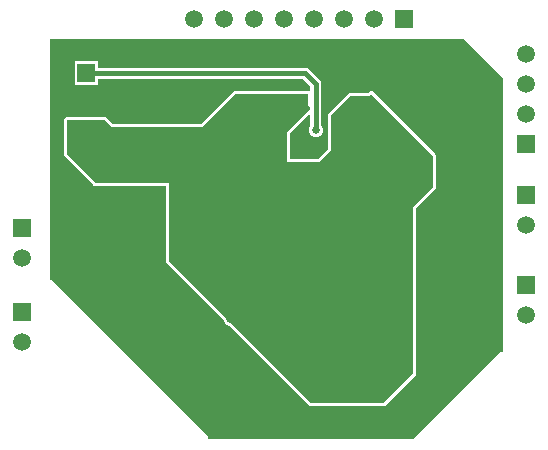
<source format=gbr>
%TF.GenerationSoftware,Altium Limited,Altium Designer,22.9.1 (49)*%
G04 Layer_Physical_Order=2*
G04 Layer_Color=8242323*
%FSLAX45Y45*%
%MOMM*%
%TF.SameCoordinates,B14F6F0A-716E-4177-8A15-EB0EAC97BD69*%
%TF.FilePolarity,Positive*%
%TF.FileFunction,Copper,L2,Bot,Signal*%
%TF.Part,Single*%
G01*
G75*
%TA.AperFunction,ComponentPad*%
%ADD17R,1.50000X1.50000*%
%ADD18C,1.50000*%
%ADD19R,1.50000X1.50000*%
%TA.AperFunction,ViaPad*%
%ADD20C,0.63500*%
%ADD21C,0.50000*%
%TA.AperFunction,Conductor*%
%ADD22C,0.38100*%
G36*
X4356100Y3276600D02*
Y952500D01*
X4330700D01*
X3594100Y215900D01*
X1854200D01*
Y241300D01*
X520700Y1574800D01*
Y3606800D01*
X4025900D01*
X4356100Y3276600D01*
D02*
G37*
%LPC*%
G36*
X925900Y3415100D02*
X725100D01*
Y3214300D01*
X925900D01*
Y3269379D01*
X2660927D01*
X2722479Y3207827D01*
Y3169947D01*
X2709779Y3161867D01*
X2705100Y3162798D01*
X2082800D01*
X2072889Y3160826D01*
X2064488Y3155212D01*
X1792673Y2883397D01*
X1052127Y2883398D01*
X996212Y2939312D01*
X987811Y2944926D01*
X977900Y2946898D01*
X660400D01*
X650489Y2944926D01*
X642088Y2939312D01*
X636474Y2930911D01*
X634502Y2921000D01*
Y2628900D01*
X636474Y2618989D01*
X642088Y2610588D01*
X883388Y2369288D01*
X891789Y2363674D01*
X901700Y2361702D01*
X1498102D01*
Y1727200D01*
X1500074Y1717289D01*
X1505688Y1708888D01*
X1987550Y1227025D01*
Y1220532D01*
X1996251Y1199527D01*
X2012327Y1183451D01*
X2033332Y1174750D01*
X2039825D01*
X2712188Y502388D01*
X2720589Y496774D01*
X2730500Y494802D01*
X3340100D01*
X3350011Y496774D01*
X3358412Y502388D01*
X3612412Y756388D01*
X3618026Y764789D01*
X3619998Y774700D01*
Y2173673D01*
X3777512Y2331188D01*
X3783126Y2339589D01*
X3785098Y2349500D01*
Y2616200D01*
X3783126Y2626111D01*
X3777512Y2634512D01*
X3256812Y3155212D01*
X3248411Y3160826D01*
X3238500Y3162798D01*
X3228589Y3160826D01*
X3220188Y3155212D01*
X3215073Y3150098D01*
X3060700D01*
X3050789Y3148126D01*
X3042388Y3142512D01*
X2877288Y2977412D01*
X2871674Y2969011D01*
X2869702Y2959100D01*
Y2677727D01*
X2783273Y2591298D01*
X2553198D01*
Y2808673D01*
X2710746Y2966221D01*
X2722479Y2961361D01*
Y2868401D01*
X2719351Y2865273D01*
X2710650Y2844268D01*
Y2821532D01*
X2719351Y2800527D01*
X2735427Y2784450D01*
X2756432Y2775750D01*
X2779168D01*
X2800173Y2784450D01*
X2816250Y2800527D01*
X2824950Y2821532D01*
Y2844268D01*
X2816250Y2865273D01*
X2813121Y2868401D01*
Y3226600D01*
X2809671Y3243943D01*
X2799847Y3258647D01*
X2799846Y3258647D01*
X2711747Y3346747D01*
X2697044Y3356571D01*
X2679700Y3360021D01*
X925900D01*
Y3415100D01*
D02*
G37*
%LPD*%
G36*
X3759200Y2616200D02*
Y2349500D01*
X3594100Y2184400D01*
Y774700D01*
X3340100Y520700D01*
X2730500D01*
X1524000Y1727200D01*
Y2387600D01*
X901700D01*
X660400Y2628900D01*
Y2921000D01*
X977900D01*
X1041400Y2857500D01*
X1803400Y2857500D01*
X2082800Y3136900D01*
X2705100D01*
Y3048000D01*
X2722479Y3030621D01*
Y3014579D01*
X2527300Y2819400D01*
Y2565400D01*
X2794000D01*
X2895600Y2667000D01*
Y2959100D01*
X3060700Y3124200D01*
X3225800D01*
X3238500Y3136900D01*
X3759200Y2616200D01*
D02*
G37*
D17*
X825500Y3314700D02*
D03*
X4546600Y1524000D02*
D03*
Y2286000D02*
D03*
X279400Y2006600D02*
D03*
Y1295400D02*
D03*
X4546600Y2717800D02*
D03*
D18*
X825500Y3060700D02*
D03*
Y2806700D02*
D03*
X4546600Y1270000D02*
D03*
Y2032000D02*
D03*
X279400Y1752600D02*
D03*
Y1041400D02*
D03*
X3263900Y3771900D02*
D03*
X3009900D02*
D03*
X2755900D02*
D03*
X2501900D02*
D03*
X2247900D02*
D03*
X1993900D02*
D03*
X1739900D02*
D03*
X4546600Y3479800D02*
D03*
Y3225800D02*
D03*
Y2971800D02*
D03*
D19*
X3517900Y3771900D02*
D03*
D20*
X1752600Y2959100D02*
D03*
X3136900Y3213100D02*
D03*
X3835400Y2679700D02*
D03*
Y2336800D02*
D03*
X3682200Y1969300D02*
D03*
X3683000Y1714500D02*
D03*
Y1473200D02*
D03*
X3682200Y1345400D02*
D03*
X3721100Y1092200D02*
D03*
X2336800Y749300D02*
D03*
X2184400Y901700D02*
D03*
X1651000Y1358900D02*
D03*
X1422400Y1816100D02*
D03*
X1358900Y2082800D02*
D03*
X1347000Y2223300D02*
D03*
X2641600Y3048000D02*
D03*
X2767800Y2832900D02*
D03*
X1816100Y2705100D02*
D03*
X2044700Y2578100D02*
D03*
X3161500Y3009100D02*
D03*
X3073400Y2730500D02*
D03*
X1981200Y1866900D02*
D03*
X2021700Y2157920D02*
D03*
X1738300Y2046300D02*
D03*
X3517100Y2069300D02*
D03*
X1981200Y1689100D02*
D03*
X2044700Y1231900D02*
D03*
X3670300Y2590800D02*
D03*
X3251200Y2019300D02*
D03*
X3390900Y2400300D02*
D03*
X3504400Y2628100D02*
D03*
X3251200Y1841500D02*
D03*
X3504400Y1853400D02*
D03*
X2870200Y1473200D02*
D03*
X2413000Y1460500D02*
D03*
X2556140Y1490003D02*
D03*
X2439200Y1207300D02*
D03*
X2185200Y1321600D02*
D03*
X2171700Y1511300D02*
D03*
X2687300Y807700D02*
D03*
X3200400Y647700D02*
D03*
X2780500Y1093000D02*
D03*
X3288500Y1245400D02*
D03*
X3048000Y1587500D02*
D03*
X1715300Y1689900D02*
D03*
X1601000Y2323300D02*
D03*
X1701800Y2476500D02*
D03*
X1918500Y2590000D02*
D03*
D21*
X2399900Y2293700D02*
D03*
X2509900D02*
D03*
X2619900D02*
D03*
X2729900D02*
D03*
X2839900D02*
D03*
X2399900Y2183700D02*
D03*
X2509900D02*
D03*
X2619900D02*
D03*
X2729900D02*
D03*
X2839900D02*
D03*
X2399900Y2073700D02*
D03*
X2509900D02*
D03*
X2619900D02*
D03*
X2729900D02*
D03*
X2839900D02*
D03*
X2399900Y1963700D02*
D03*
X2509900D02*
D03*
X2619900D02*
D03*
X2729900D02*
D03*
X2839900D02*
D03*
X2399900Y1853700D02*
D03*
X2509900D02*
D03*
X2619900D02*
D03*
X2729900D02*
D03*
X2839900D02*
D03*
D22*
X2679700Y3314700D02*
X2767800Y3226600D01*
Y2832900D02*
Y3226600D01*
X825500Y3314700D02*
X2679700D01*
%TF.MD5,facb9e0d2df1d4cedb8145de0b4801b1*%
M02*

</source>
